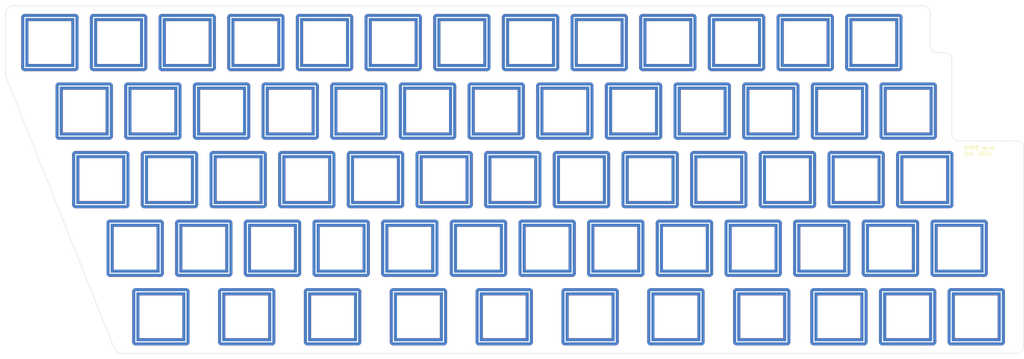
<source format=kicad_pcb>
(kicad_pcb (version 20221018) (generator pcbnew)
  (layers (0 "F.Cu" signal) (31 "B.Cu" signal) (34 "B.Paste" user) (35 "F.Paste" user) (36 "B.SilkS" user "B.Silkscreen") (37 "F.SilkS" user "F.Silkscreen") (38 "B.Mask" user) (39 "F.Mask" user) (44 "Edge.Cuts" user))
  (net 0 "")
  (net 1 "COL1")
  (net 2 "COL2")
  (net 3 "COL3")
  (net 4 "COL5")
  (net 5 "COL6")
  (net 6 "COL7")
  (net 7 "COL8")
  (net 8 "COL10")
  (footprint "kbd_Hole:m2_Screw_Hole" (layer "F.Cu") (at 147.31625 135.93375)
    (fp_text reference "Ref**")
    (fp_text value "Val**")
    (pad "" np_thru_hole circle (at 0 0) (size 2.2 2.2) (drill 2.2) (layers "*.Cu" "*.Mask"))
  )
  (footprint "kbd_SW_Hole:SW_Hole_TH_1.25u" (layer "F.Cu") (at 86.22025 128.297)
    (fp_text reference "SW10" hide)
    (fp_text value "SW_PUSH" hide)
    (pad "1" thru_hole oval (at -6.95 0) (size 2 15.9) (drill oval 0.3 14.2) (layers "*.Cu" "*.Mask") (net 2 "COL2"))
    (pad "1" thru_hole oval (at 0 -6.95 90) (size 2 15.9) (drill oval 0.3 14.2) (layers "*.Cu" "*.Mask") (net 2 "COL2"))
    (pad "1" thru_hole oval (at 0 6.95 90) (size 2 15.9) (drill oval 0.3 14.2) (layers "*.Cu" "*.Mask") (net 2 "COL2"))
    (pad "1" thru_hole oval (at 6.95 0) (size 2 15.9) (drill oval 0.3 14.2) (layers "*.Cu" "*.Mask") (net 2 "COL2"))
  )
  (footprint "kbd_SW_Hole:SW_Hole_TH_1u" (layer "F.Cu") (at 41.13575 71.147)
    (fp_text reference "SW2" hide)
    (fp_text value "SW_PUSH" hide)
    (pad "1" thru_hole oval (at -6.95 0) (size 2 15.9) (drill oval 0.3 14.2) (layers "*.Cu" "*.Mask"))
    (pad "1" thru_hole oval (at 0 -6.95 90) (size 2 15.9) (drill oval 0.3 14.2) (layers "*.Cu" "*.Mask"))
    (pad "1" thru_hole oval (at 0 6.95 90) (size 2 15.9) (drill oval 0.3 14.2) (layers "*.Cu" "*.Mask"))
    (pad "1" thru_hole oval (at 6.95 0) (size 2 15.9) (drill oval 0.3 14.2) (layers "*.Cu" "*.Mask"))
  )
  (footprint "kbd_SW_Hole:SW_Hole_TH_1u" (layer "F.Cu") (at 64.789 90.197)
    (fp_text reference "SW8" hide)
    (fp_text value "SW_PUSH" hide)
    (pad "1" thru_hole oval (at -6.95 0) (size 2 15.9) (drill oval 0.3 14.2) (layers "*.Cu" "*.Mask"))
    (pad "1" thru_hole oval (at 0 -6.95 90) (size 2 15.9) (drill oval 0.3 14.2) (layers "*.Cu" "*.Mask"))
    (pad "1" thru_hole oval (at 0 6.95 90) (size 2 15.9) (drill oval 0.3 14.2) (layers "*.Cu" "*.Mask"))
    (pad "1" thru_hole oval (at 6.95 0) (size 2 15.9) (drill oval 0.3 14.2) (layers "*.Cu" "*.Mask"))
  )
  (footprint "kbd_SW_Hole:SW_Hole_TH_1u" (layer "F.Cu") (at 198.1395 90.19695)
    (fp_text reference "SW42" hide)
    (fp_text value "SW_PUSH" hide)
    (pad "1" thru_hole oval (at -6.95 0) (size 2 15.9) (drill oval 0.3 14.2) (layers "*.Cu" "*.Mask"))
    (pad "1" thru_hole oval (at 0 -6.95 90) (size 2 15.9) (drill oval 0.3 14.2) (layers "*.Cu" "*.Mask"))
    (pad "1" thru_hole oval (at 0 6.95 90) (size 2 15.9) (drill oval 0.3 14.2) (layers "*.Cu" "*.Mask"))
    (pad "1" thru_hole oval (at 6.95 0) (size 2 15.9) (drill oval 0.3 14.2) (layers "*.Cu" "*.Mask"))
  )
  (footprint "kbd_SW_Hole:SW_Hole_TH_1u" (layer "F.Cu") (at 245.7645 109.24695)
    (fp_text reference "SW52" hide)
    (fp_text value "SW_PUSH" hide)
    (pad "1" thru_hole oval (at -6.95 0) (size 2 15.9) (drill oval 0.3 14.2) (layers "*.Cu" "*.Mask"))
    (pad "1" thru_hole oval (at 0 -6.95 90) (size 2 15.9) (drill oval 0.3 14.2) (layers "*.Cu" "*.Mask"))
    (pad "1" thru_hole oval (at 0 6.95 90) (size 2 15.9) (drill oval 0.3 14.2) (layers "*.Cu" "*.Mask"))
    (pad "1" thru_hole oval (at 6.95 0) (size 2 15.9) (drill oval 0.3 14.2) (layers "*.Cu" "*.Mask"))
  )
  (footprint "kbd_SW_Hole:SW_Hole_TH_1u" (layer "F.Cu") (at 236.2395 90.19695)
    (fp_text reference "SW51" hide)
    (fp_text value "SW_PUSH" hide)
    (pad "1" thru_hole oval (at -6.95 0) (size 2 15.9) (drill oval 0.3 14.2) (layers "*.Cu" "*.Mask"))
    (pad "1" thru_hole oval (at 0 -6.95 90) (size 2 15.9) (drill oval 0.3 14.2) (layers "*.Cu" "*.Mask"))
    (pad "1" thru_hole oval (at 0 6.95 90) (size 2 15.9) (drill oval 0.3 14.2) (layers "*.Cu" "*.Mask"))
    (pad "1" thru_hole oval (at 6.95 0) (size 2 15.9) (drill oval 0.3 14.2) (layers "*.Cu" "*.Mask"))
  )
  (footprint "kbd_SW_Hole:SW_Hole_TH_1u" (layer "F.Cu") (at 255.2895 90.19695)
    (fp_text reference "SW56" hide)
    (fp_text value "SW_PUSH" hide)
    (pad "1" thru_hole oval (at -6.95 0) (size 2 15.9) (drill oval 0.3 14.2) (layers "*.Cu" "*.Mask"))
    (pad "1" thru_hole oval (at 0 -6.95 90) (size 2 15.9) (drill oval 0.3 14.2) (layers "*.Cu" "*.Mask"))
    (pad "1" thru_hole oval (at 0 6.95 90) (size 2 15.9) (drill oval 0.3 14.2) (layers "*.Cu" "*.Mask"))
    (pad "1" thru_hole oval (at 6.95 0) (size 2 15.9) (drill oval 0.3 14.2) (layers "*.Cu" "*.Mask"))
  )
  (footprint "kbd_Hole:m2_Screw_Hole" (layer "F.Cu") (at 51.71625 135.934)
    (fp_text reference "Ref**")
    (fp_text value "Val**")
    (pad "" np_thru_hole circle (at 0 0) (size 2.2 2.2) (drill 2.2) (layers "*.Cu" "*.Mask"))
  )
  (footprint "kbd_Hole:m2_Screw_Hole" (layer "F.Cu") (at 299.31625 135.934)
    (fp_text reference "Ref**")
    (fp_text value "Val**")
    (pad "" np_thru_hole circle (at 0 0) (size 2.2 2.2) (drill 2.2) (layers "*.Cu" "*.Mask"))
  )
  (footprint "kbd_SW_Hole:SW_Hole_TH_1u" (layer "F.Cu") (at 226.7135 109.24695)
    (fp_text reference "SW47" hide)
    (fp_text value "SW_PUSH" hide)
    (pad "1" thru_hole oval (at -6.95 0) (size 2 15.9) (drill oval 0.3 14.2) (layers "*.Cu" "*.Mask"))
    (pad "1" thru_hole oval (at 0 -6.95 90) (size 2 15.9) (drill oval 0.3 14.2) (layers "*.Cu" "*.Mask"))
    (pad "1" thru_hole oval (at 0 6.95 90) (size 2 15.9) (drill oval 0.3 14.2) (layers "*.Cu" "*.Mask"))
    (pad "1" thru_hole oval (at 6.95 0) (size 2 15.9) (drill oval 0.3 14.2) (layers "*.Cu" "*.Mask"))
  )
  (footprint "kbd_SW_Hole:SW_Hole_TH_1u" (layer "F.Cu") (at 169.5635 109.247)
    (fp_text reference "SW33" hide)
    (fp_text value "SW_PUSH" hide)
    (pad "1" thru_hole oval (at -6.95 0) (size 2 15.9) (drill oval 0.3 14.2) (layers "*.Cu" "*.Mask"))
    (pad "1" thru_hole oval (at 0 -6.95 90) (size 2 15.9) (drill oval 0.3 14.2) (layers "*.Cu" "*.Mask"))
    (pad "1" thru_hole oval (at 0 6.95 90) (size 2 15.9) (drill oval 0.3 14.2) (layers "*.Cu" "*.Mask"))
    (pad "1" thru_hole oval (at 6.95 0) (size 2 15.9) (drill oval 0.3 14.2) (layers "*.Cu" "*.Mask"))
  )
  (footprint "kbd_SW_Hole:SW_Hole_TH_1.25u" (layer "F.Cu") (at 181.48525 128.29675)
    (fp_text reference "SW34" hide)
    (fp_text value "SW_PUSH" hide)
    (pad "1" thru_hole oval (at -6.95 0) (size 2 15.9) (drill oval 0.3 14.2) (layers "*.Cu" "*.Mask") (net 6 "COL7"))
    (pad "1" thru_hole oval (at 0 -6.95 90) (size 2 15.9) (drill oval 0.3 14.2) (layers "*.Cu" "*.Mask") (net 6 "COL7"))
    (pad "1" thru_hole oval (at 0 6.95 90) (size 2 15.9) (drill oval 0.3 14.2) (layers "*.Cu" "*.Mask") (net 6 "COL7"))
    (pad "1" thru_hole oval (at 6.95 0) (size 2 15.9) (drill oval 0.3 14.2) (layers "*.Cu" "*.Mask") (net 6 "COL7"))
  )
  (footprint "kbd_SW_Hole:SW_Hole_TH_1.25u" (layer "F.Cu") (at 157.67275 128.29675)
    (fp_text reference "SW29" hide)
    (fp_text value "SW_PUSH" hide)
    (pad "1" thru_hole oval (at -6.95 0) (size 2 15.9) (drill oval 0.3 14.2) (layers "*.Cu" "*.Mask") (net 5 "COL6"))
    (pad "1" thru_hole oval (at 0 -6.95 90) (size 2 15.9) (drill oval 0.3 14.2) (layers "*.Cu" "*.Mask") (net 5 "COL6"))
    (pad "1" thru_hole oval (at 0 6.95 90) (size 2 15.9) (drill oval 0.3 14.2) (layers "*.Cu" "*.Mask") (net 5 "COL6"))
    (pad "1" thru_hole oval (at 6.95 0) (size 2 15.9) (drill oval 0.3 14.2) (layers "*.Cu" "*.Mask") (net 5 "COL6"))
  )
  (footprint "kbd_Hole:m2_Screw_Hole" (layer "F.Cu") (at 197.31625 99.93375)
    (fp_text reference "Ref**")
    (fp_text value "Val**")
    (pad "" np_thru_hole circle (at 0 0) (size 2.2 2.2) (drill 2.2) (layers "*.Cu" "*.Mask"))
  )
  (footprint "kbd_Hole:m2_Screw_Hole" (layer "F.Cu") (at 101.81625 99.93375)
    (fp_text reference "Ref**")
    (fp_text value "Val**")
    (pad "" np_thru_hole circle (at 0 0) (size 2.2 2.2) (drill 2.2) (layers "*.Cu" "*.Mask"))
  )
  (footprint "kbd_Hole:m2_Screw_Hole" (layer "F.Cu") (at 21.81625 44.3338 -90)
    (fp_text reference "Ref**")
    (fp_text value "Val**")
    (pad "" np_thru_hole circle (at 0 0 270) (size 2.2 2.2) (drill 2.2) (layers "*.Cu" "*.Mask"))
  )
  (footprint "kbd_SW_Hole:SW_Hole_TH_1u" (layer "F.Cu") (at 31.61075 52.097)
    (fp_text reference "SW1" hide)
    (fp_text value "SW_PUSH" hide)
    (pad "1" thru_hole oval (at -6.95 0) (size 2 15.9) (drill oval 0.3 14.2) (layers "*.Cu" "*.Mask"))
    (pad "1" thru_hole oval (at 0 -6.95 90) (size 2 15.9) (drill oval 0.3 14.2) (layers "*.Cu" "*.Mask"))
    (pad "1" thru_hole oval (at 0 6.95 90) (size 2 15.9) (drill oval 0.3 14.2) (layers "*.Cu" "*.Mask"))
    (pad "1" thru_hole oval (at 6.95 0) (size 2 15.9) (drill oval 0.3 14.2) (layers "*.Cu" "*.Mask"))
  )
  (footprint "kbd_SW_Hole:SW_Hole_TH_1u" (layer "F.Cu") (at 269.73575 71.14705)
    (fp_text reference "SW60" hide)
    (fp_text value "SW_PUSH" hide)
    (pad "1" thru_hole oval (at -6.95 0) (size 2 15.9) (drill oval 0.3 14.2) (layers "*.Cu" "*.Mask"))
    (pad "1" thru_hole oval (at 0 -6.95 90) (size 2 15.9) (drill oval 0.3 14.2) (layers "*.Cu" "*.Mask"))
    (pad "1" thru_hole oval (at 0 6.95 90) (size 2 15.9) (drill oval 0.3 14.2) (layers "*.Cu" "*.Mask"))
    (pad "1" thru_hole oval (at 6.95 0) (size 2 15.9) (drill oval 0.3 14.2) (layers "*.Cu" "*.Mask"))
  )
  (footprint "kbd_Hole:m2_Screw_Hole" (layer "F.Cu") (at 212.61625 44.33375)
    (fp_text reference "Ref**")
    (fp_text value "Val**")
    (pad "" np_thru_hole circle (at 0 0) (size 2.2 2.2) (drill 2.2) (layers "*.Cu" "*.Mask"))
  )
  (footprint "kbd_Hole:m2_Screw_Hole" (layer "F.Cu") (at 219.31625 135.93375)
    (fp_text reference "Ref**")
    (fp_text value "Val**")
    (pad "" np_thru_hole circle (at 0 0) (size 2.2 2.2) (drill 2.2) (layers "*.Cu" "*.Mask"))
  )
  (footprint "kbd_SW_Hole:SW_Hole_TH_1u" (layer "F.Cu") (at 112.4135 109.247)
    (fp_text reference "SW19" hide)
    (fp_text value "SW_PUSH" hide)
    (pad "1" thru_hole oval (at -6.95 0) (size 2 15.9) (drill oval 0.3 14.2) (layers "*.Cu" "*.Mask"))
    (pad "1" thru_hole oval (at 0 -6.95 90) (size 2 15.9) (drill oval 0.3 14.2) (layers "*.Cu" "*.Mask"))
    (pad "1" thru_hole oval (at 0 6.95 90) (size 2 15.9) (drill oval 0.3 14.2) (layers "*.Cu" "*.Mask"))
    (pad "1" thru_hole oval (at 6.95 0) (size 2 15.9) (drill oval 0.3 14.2) (layers "*.Cu" "*.Mask"))
  )
  (footprint "kbd_SW_Hole:SW_Hole_TH_1.25u" (layer "F.Cu") (at 229.11025 128.29675)
    (fp_text reference "SW48" hide)
    (fp_text value "SW_PUSH" hide)
    (pad "1" thru_hole oval (at -6.95 0) (size 2 15.9) (drill oval 0.3 14.2) (layers "*.Cu" "*.Mask") (net 8 "COL10"))
    (pad "1" thru_hole oval (at 0 -6.95 90) (size 2 15.9) (drill oval 0.3 14.2) (layers "*.Cu" "*.Mask") (net 8 "COL10"))
    (pad "1" thru_hole oval (at 0 6.95 90) (size 2 15.9) (drill oval 0.3 14.2) (layers "*.Cu" "*.Mask") (net 8 "COL10"))
    (pad "1" thru_hole oval (at 6.95 0) (size 2 15.9) (drill oval 0.3 14.2) (layers "*.Cu" "*.Mask") (net 8 "COL10"))
  )
  (footprint "kbd_SW_Hole:SW_Hole_TH_1u" (layer "F.Cu") (at 55.264 109.247)
    (fp_text reference "SW4" hide)
    (fp_text value "SW_PUSH" hide)
    (pad "1" thru_hole oval (at -6.95 0) (size 2 15.9) (drill oval 0.3 14.2) (layers "*.Cu" "*.Mask"))
    (pad "1" thru_hole oval (at 0 -6.95 90) (size 2 15.9) (drill oval 0.3 14.2) (layers "*.Cu" "*.Mask"))
    (pad "1" thru_hole oval (at 0 6.95 90) (size 2 15.9) (drill oval 0.3 14.2) (layers "*.Cu" "*.Mask"))
    (pad "1" thru_hole oval (at 6.95 0) (size 2 15.9) (drill oval 0.3 14.2) (layers "*.Cu" "*.Mask"))
  )
  (footprint "kbd_SW_Hole:SW_Hole_TH_1u" (layer "F.Cu") (at 269.5765 128.29675)
    (fp_text reference "SW58" hide)
    (fp_text value "SW_PUSH" hide)
    (pad "1" thru_hole oval (at -6.95 0) (size 2 15.9) (drill oval 0.3 14.2) (layers "*.Cu" "*.Mask"))
    (pad "1" thru_hole oval (at 0 -6.95 90) (size 2 15.9) (drill oval 0.3 14.2) (layers "*.Cu" "*.Mask"))
    (pad "1" thru_hole oval (at 0 6.95 90) (size 2 15.9) (drill oval 0.3 14.2) (layers "*.Cu" "*.Mask"))
    (pad "1" thru_hole oval (at 6.95 0) (size 2 15.9) (drill oval 0.3 14.2) (layers "*.Cu" "*.Mask"))
  )
  (footprint "kbd_SW_Hole:SW_Hole_TH_1u" (layer "F.Cu") (at 131.4635 109.247)
    (fp_text reference "SW23" hide)
    (fp_text value "SW_PUSH" hide)
    (pad "1" thru_hole oval (at -6.95 0) (size 2 15.9) (drill oval 0.3 14.2) (layers "*.Cu" "*.Mask"))
    (pad "1" thru_hole oval (at 0 -6.95 90) (size 2 15.9) (drill oval 0.3 14.2) (layers "*.Cu" "*.Mask"))
    (pad "1" thru_hole oval (at 0 6.95 90) (size 2 15.9) (drill oval 0.3 14.2) (layers "*.Cu" "*.Mask"))
    (pad "1" thru_hole oval (at 6.95 0) (size 2 15.9) (drill oval 0.3 14.2) (layers "*.Cu" "*.Mask"))
  )
  (footprint "kbd_SW_Hole:SW_Hole_TH_1u" (layer "F.Cu") (at 140.9895 90.19695)
    (fp_text reference "SW27" hide)
    (fp_text value "SW_PUSH" hide)
    (pad "1" thru_hole oval (at -6.95 0) (size 2 15.9) (drill oval 0.3 14.2) (layers "*.Cu" "*.Mask"))
    (pad "1" thru_hole oval (at 0 -6.95 90) (size 2 15.9) (drill oval 0.3 14.2) (layers "*.Cu" "*.Mask"))
    (pad "1" thru_hole oval (at 0 6.95 90) (size 2 15.9) (drill oval 0.3 14.2) (layers "*.Cu" "*.Mask"))
    (pad "1" thru_hole oval (at 6.95 0) (size 2 15.9) (drill oval 0.3 14.2) (layers "*.Cu" "*.Mask"))
  )
  (footprint "kbd_Hole:m2_Screw_Hole" (layer "F.Cu") (at 270.21625 44.43375)
    (fp_text reference "Ref**")
    (fp_text value "Val**")
    (pad "" np_thru_hole circle (at 0 0) (size 2.2 2.2) (drill 2.2) (layers "*.Cu" "*.Mask"))
  )
  (footprint "kbd_SW_Hole:SW_Hole_TH_1u" (layer "F.Cu") (at 217.1885 90.19695)
    (fp_text reference "SW46" hide)
    (fp_text value "SW_PUSH" hide)
    (pad "1" thru_hole oval (at -6.95 0) (size 2 15.9) (drill oval 0.3 14.2) (layers "*.Cu" "*.Mask"))
    (pad "1" thru_hole oval (at 0 -6.95 90) (size 2 15.9) (drill oval 0.3 14.2) (layers "*.Cu" "*.Mask"))
    (pad "1" thru_hole oval (at 0 6.95 90) (size 2 15.9) (drill oval 0.3 14.2) (layers "*.Cu" "*.Mask"))
    (pad "1" thru_hole oval (at 6.95 0) (size 2 15.9) (drill oval 0.3 14.2) (layers "*.Cu" "*.Mask"))
  )
  (footprint "kbd_SW_Hole:SW_Hole_TH_1u" (layer "F.Cu") (at 288.627 128.29675)
    (fp_text reference "SW63" hide)
    (fp_text value "SW_PUSH" hide)
    (pad "1" thru_hole oval (at -6.95 0) (size 2 15.9) (drill oval 0.3 14.2) (layers "*.Cu" "*.Mask"))
    (pad "1" thru_hole oval (at 0 -6.95 90) (size 2 15.9) (drill oval 0.3 14.2) (layers "*.Cu" "*.Mask"))
    (pad "1" thru_hole oval (at 0 6.95 90) (size 2 15.9) (drill oval 0.3 14.2) (layers "*.Cu" "*.Mask"))
    (pad "1" thru_hole oval (at 6.95 0) (size 2 15.9) (drill oval 0.3 14.2) (layers "*.Cu" "*.Mask"))
  )
  (footprint "kbd_SW_Hole:SW_Hole_TH_1u" (layer "F.Cu") (at 121.939 90.197)
    (fp_text reference "SW22" hide)
    (fp_text value "SW_PUSH" hide)
    (pad "1" thru_hole oval (at -6.95 0) (size 2 15.9) (drill oval 0.3 14.2) (layers "*.Cu" "*.Mask"))
    (pad "1" thru_hole oval (at 0 -6.95 90) (size 2 15.9) (drill oval 0.3 14.2) (layers "*.Cu" "*.Mask"))
    (pad "1" thru_hole oval (at 0 6.95 90) (size 2 15.9) (drill oval 0.3 14.2) (layers "*.Cu" "*.Mask"))
    (pad "1" thru_hole oval (at 6.95 0) (size 2 15.9) (drill oval 0.3 14.2) (layers "*.Cu" "*.Mask"))
  )
  (footprint "kbd_SW_Hole:SW_Hole_TH_1u" (layer "F.Cu") (at 45.739 90.197)
    (fp_text reference "SW3" hide)
    (fp_text value "SW_PUSH" hide)
    (pad "1" thru_hole oval (at -6.95 0) (size 2 15.9) (drill oval 0.3 14.2) (layers "*.Cu" "*.Mask"))
    (pad "1" thru_hole oval (at 0 -6.95 90) (size 2 15.9) (drill oval 0.3 14.2) (layers "*.Cu" "*.Mask"))
    (pad "1" thru_hole oval (at 0 6.95 90) (size 2 15.9) (drill oval 0.3 14.2) (layers "*.Cu" "*.Mask"))
    (pad "1" thru_hole oval (at 6.95 0) (size 2 15.9) (drill oval 0.3 14.2) (layers "*.Cu" "*.Mask"))
  )
  (footprint "kbd_SW_Hole:SW_Hole_TH_1u" (layer "F.Cu") (at 136.38575 71.147)
    (fp_text reference "SW26" hide)
    (fp_text value "SW_PUSH" hide)
    (pad "1" thru_hole oval (at -6.95 0) (size 2 15.9) (drill oval 0.3 14.2) (layers "*.Cu" "*.Mask"))
    (pad "1" thru_hole oval (at 0 -6.95 90) (size 2 15.9) (drill oval 0.3 14.2) (layers "*.Cu" "*.Mask"))
    (pad "1" thru_hole oval (at 0 6.95 90) (size 2 15.9) (drill oval 0.3 14.2) (layers "*.Cu" "*.Mask"))
    (pad "1" thru_hole oval (at 6.95 0) (size 2 15.9) (drill oval 0.3 14.2) (layers "*.Cu" "*.Mask"))
  )
  (footprint "kbd_SW_Hole:SW_Hole_TH_1u" (layer "F.Cu") (at 222.11125 52.097)
    (fp_text reference "SW49" hide)
    (fp_text value "SW_PUSH" hide)
    (pad "1" thru_hole oval (at -6.95 0) (size 2 15.9) (drill oval 0.3 14.2) (layers "*.Cu" "*.Mask"))
    (pad "1" thru_hole oval (at 0 -6.95 90) (size 2 15.9) (drill oval 0.3 14.2) (layers "*.Cu" "*.Mask"))
    (pad "1" thru_hole oval (at 0 6.95 90) (size 2 15.9) (drill oval 0.3 14.2) (layers "*.Cu" "*.Mask"))
    (pad "1" thru_hole oval (at 6.95 0) (size 2 15.9) (drill oval 0.3 14.2) (layers "*.Cu" "*.Mask"))
  )
  (footprint "kbd_SW_Hole:SW_Hole_TH_1u" (layer "F.Cu") (at 231.63575 71.147)
    (fp_text reference "SW50" hide)
    (fp_text value "SW_PUSH" hide)
    (pad "1" thru_hole oval (at -6.95 0) (size 2 15.9) (drill oval 0.3 14.2) (layers "*.Cu" "*.Mask"))
    (pad "1" thru_hole oval (at 0 -6.95 90) (size 2 15.9) (drill oval 0.3 14.2) (layers "*.Cu" "*.Mask"))
    (pad "1" thru_hole oval (at 0 6.95 90) (size 2 15.9) (drill oval 0.3 14.2) (layers "*.Cu" "*.Mask"))
    (pad "1" thru_hole oval (at 6.95 0) (size 2 15.9) (drill oval 0.3 14.2) (layers "*.Cu" "*.Mask"))
  )
  (footprint "kbd_SW_Hole:SW_Hole_TH_1u" (layer "F.Cu") (at 203.06075 52.097)
    (fp_text reference "SW44" hide)
    (fp_text value "SW_PUSH" hide)
    (pad "1" thru_hole oval (at -6.95 0) (size 2 15.9) (drill oval 0.3 14.2) (layers "*.Cu" "*.Mask"))
    (pad "1" thru_hole oval (at 0 -6.95 90) (size 2 15.9) (drill oval 0.3 14.2) (layers "*.Cu" "*.Mask"))
    (pad "1" thru_hole oval (at 0 6.95 90) (size 2 15.9) (drill oval 0.3 14.2) (layers "*.Cu" "*.Mask"))
    (pad "1" thru_hole oval (at 6.95 0) (size 2 15.9) (drill oval 0.3 14.2) (layers "*.Cu" "*.Mask"))
  )
  (footprint "kbd_SW_Hole:SW_Hole_TH_1u" (layer "F.Cu") (at 283.864 109.24695)
    (fp_text reference "SW62" hide)
    (fp_text value "SW_PUSH" hide)
    (pad "1" thru_hole oval (at -6.95 0) (size 2 15.9) (drill oval 0.3 14.2) (layers "*.Cu" "*.Mask"))
    (pad "1" thru_hole oval (at 0 -6.95 90) (size 2 15.9) (drill oval 0.3 14.2) (layers "*.Cu" "*.Mask"))
    (pad "1" thru_hole oval (at 0 6.95 90) (size 2 15.9) (drill oval 0.3 14.2) (layers "*.Cu" "*.Mask"))
    (pad "1" thru_hole oval (at 6.95 0) (size 2 15.9) (drill oval 0.3 14.2) (layers "*.Cu" "*.Mask"))
  )
  (footprint "kbd_SW_Hole:SW_Hole_TH_1u" (layer "F.Cu") (at 274.339 90.19695)
    (fp_text reference "SW61" hide)
    (fp_text value "SW_PUSH" hide)
    (pad "1" thru_hole oval (at -6.95 0) (size 2 15.9) (drill oval 0.3 14.2) (layers "*.Cu" "*.Mask"))
    (pad "1" thru_hole oval (at 0 -6.95 90) (size 2 15.9) (drill oval 0.3 14.2) (layers "*.Cu" "*.Mask"))
    (pad "1" thru_hole oval (at 0 6.95 90) (size 2 15.9) (drill oval 0.3 14.2) (layers "*.Cu" "*.Mask"))
    (pad "1" thru_hole oval (at 6.95 0) (size 2 15.9) (drill oval 0.3 14.2) (layers "*.Cu" "*.Mask"))
  )
  (footprint "kbd_SW_Hole:SW_Hole_TH_1u" (layer "F.Cu") (at 160.0385 90.19695)
    (fp_text reference "SW32" hide)
    (fp_text value "SW_PUSH" hide)
    (pad "1" thru_hole oval (at -6.95 0) (size 2 15.9) (drill oval 0.3 14.2) (layers "*.Cu" "*.Mask"))
    (pad "1" thru_hole oval (at 0 -6.95 90) (size 2 15.9) (drill oval 0.3 14.2) (layers "*.Cu" "*.Mask"))
    (pad "1" thru_hole oval (at 0 6.95 90) (size 2 15.9) (drill oval 0.3 14.2) (layers "*.Cu" "*.Mask"))
    (pad "1" thru_hole oval (at 6.95 0) (size 2 15.9) (drill oval 0.3 14.2) (layers "*.Cu" "*.Mask"))
  )
  (footprint "kbd_SW_Hole:SW_Hole_TH_1u" (layer "F.Cu") (at 212.58575 71.14705)
    (fp_text reference "SW45" hide)
    (fp_text value "SW_PUSH" hide)
    (pad "1" thru_hole oval (at -6.95 0) (size 2 15.9) (drill oval 0.3 14.2) (layers "*.Cu" "*.Mask"))
    (pad "1" thru_hole oval (at 0 -6.95 90) (size 2 15.9) (drill oval 0.3 14.2) (layers "*.Cu" "*.Mask"))
    (pad "1" thru_hole oval (at 0 6.95 90) (size 2 15.9) (drill oval 0.3 14.2) (layers "*.Cu" "*.Mask"))
    (pad "1" thru_hole oval (at 6.95 0) (size 2 15.9) (drill oval 0.3 14.2) (layers "*.Cu" "*.Mask"))
  )
  (footprint "kbd_Hole:m2_Screw_Hole" (layer "F.Cu") (at 299.316 81.7438)
    (fp_text reference "Ref**")
    (fp_text value "Val**")
    (pad "" np_thru_hole circle (at 0 0) (size 2.2 2.2) (drill 2.2) (layers "*.Cu" "*.Mask"))
  )
  (footprint "kbd_SW_Hole:SW_Hole_TH_1.25u" (layer "F.Cu") (at 62.40775 128.297)
    (fp_text reference "SW5" hide)
    (fp_text value "SW_PUSH" hide)
    (pad "1" thru_hole oval (at -6.95 0) (size 2 15.9) (drill oval 0.3 14.2) (layers "*.Cu" "*.Mask") (net 1 "COL1"))
    (pad "1" thru_hole oval (at 0 -6.95 90) (size 2 15.9) (drill oval 0.3 14.2) (layers "*.Cu" "*.Mask") (net 1 "COL1"))
    (pad "1" thru_hole oval (at 0 6.95 90) (size 2 15.9) (drill oval 0.3 14.2) (layers "*.Cu" "*.Mask") (net 1 "COL1"))
    (pad "1" thru_hole oval (at 6.95 0) (size 2 15.9) (drill oval 0.3 14.2) (layers "*.Cu" "*.Mask") (net 1 "COL1"))
  )
  (footprint "kbd_SW_Hole:SW_Hole_TH_1.25u" (layer "F.Cu") (at 110.03275 128.297)
    (fp_text reference "SW15" hide)
    (fp_text value "SW_PUSH" hide)
    (pad "1" thru_hole oval (at -6.95 0) (size 2 15.9) (drill oval 0.3 14.2) (layers "*.Cu" "*.Mask") (net 3 "COL3"))
    (pad "1" thru_hole oval (at 0 -6.95 90) (size 2 15.9) (drill oval 0.3 14.2) (layers "*.Cu" "*.Mask") (net 3 "COL3"))
    (pad "1" thru_hole oval (at 0 6.95 90) (size 2 15.9) (drill oval 0.3 14.2) (layers "*.Cu" "*.Mask") (net 3 "COL3"))
    (pad "1" thru_hole oval (at 6.95 0) (size 2 15.9) (drill oval 0.3 14.2) (layers "*.Cu" "*.Mask") (net 3 "COL3"))
  )
  (footprint "kbd_SW_Hole:SW_Hole_TH_1u" (layer "F.Cu") (at 193.53575 71.147)
    (fp_text reference "SW41" hide)
    (fp_text value "SW_PUSH" hide)
    (pad "1" thru_hole oval (at -6.95 0) (size 2 15.9) (drill oval 0.3 14.2) (layers "*.Cu" "*.Mask"))
    (pad "1" thru_hole oval (at 0 -6.95 90) (size 2 15.9) (drill oval 0.3 14.2) (layers "*.Cu" "*.Mask"))
    (pad "1" thru_hole oval (at 0 6.95 90) (size 2 15.9) (drill oval 0.3 14.2) (layers "*.Cu" "*.Mask"))
    (pad "1" thru_hole oval (at 6.95 0) (size 2 15.9) (drill oval 0.3 14.2) (layers "*.Cu" "*.Mask"))
  )
  (footprint "kbd_SW_Hole:SW_Hole_TH_1u" (layer "F.Cu") (at 174.48575 71.147)
    (fp_text reference "SW36" hide)
    (fp_text value "SW_PUSH" hide)
    (pad "1" thru_hole oval (at -6.95 0) (size 2 15.9) (drill oval 0.3 14.2) (layers "*.Cu" "*.Mask"))
    (pad "1" thru_hole oval (at 0 -6.95 90) (size 2 15.9) (drill oval 0.3 14.2) (layers "*.Cu" "*.Mask"))
    (pad "1" thru_hole oval (at 0 6.95 90) (size 2 15.9) (drill oval 0.3 14.2) (layers "*.Cu" "*.Mask"))
    (pad "1" thru_hole oval (at 6.95 0) (size 2 15.9) (drill oval 0.3 14.2) (layers "*.Cu" "*.Mask"))
  )
  (footprint "kbd_SW_Hole:SW_Hole_TH_1u" (layer "F.Cu") (at 102.889 90.197)
    (fp_text reference "SW18" hide)
    (fp_text value "SW_PUSH" hide)
    (pad "1" thru_hole oval (at -6.95 0) (size 2 15.9) (drill oval 0.3 14.2) (layers "*.Cu" "*.Mask"))
    (pad "1" thru_hole oval (at 0 -6.95 90) (size 2 15.9) (drill oval 0.3 14.2) (layers "*.Cu" "*.Mask"))
    (pad "1" thru_hole oval (at 0 6.95 90) (size 2 15.9) (drill oval 0.3 14.2) (layers "*.Cu" "*.Mask"))
    (pad "1" thru_hole oval (at 6.95 0) (size 2 15.9) (drill oval 0.3 14.2) (layers "*.Cu" "*.Mask"))
  )
  (footprint "kbd_SW_Hole:SW_Hole_TH_1u" (layer "F.Cu") (at 126.86125 52.097)
    (fp_text reference "SW25" hide)
    (fp_text value "SW_PUSH" hide)
    (pad "1" thru_hole oval (at -6.95 0) (size 2 15.9) (drill oval 0.3 14.2) (layers "*.Cu" "*.Mask"))
    (pad "1" thru_hole oval (at 0 -6.95 90) (size 2 15.9) (drill oval 0.3 14.2) (layers "*.Cu" "*.Mask"))
    (pad "1" thru_hole oval (at 0 6.95 90) (size 2 15.9) (drill oval 0.3 14.2) (layers "*.Cu" "*.Mask"))
    (pad "1" thru_hole oval (at 6.95 0) (size 2 15.9) (drill oval 0.3 14.2) (layers "*.Cu" "*.Mask"))
  )
  (footprint "kbd_SW_Hole:SW_Hole_TH_1u" (layer "F.Cu") (at 107.81025 52.097)
    (fp_text reference "SW20" hide)
    (fp_text value "SW_PUSH" hide)
    (pad "1" thru_hole oval (at -6.95 0) (size 2 15.9) (drill oval 0.3 14.2) (layers "*.Cu" "*.Mask"))
    (pad "1" thru_hole oval (at 0 -6.95 90) (size 2 15.9) (drill oval 0.3 14.2) (layers "*.Cu" "*.Mask"))
    (pad "1" thru_hole oval (at 0 6.95 90) (size 2 15.9) (drill oval 0.3 14.2) (layers "*.Cu" "*.Mask"))
    (pad "1" thru_hole oval (at 6.95 0) (size 2 15.9) (drill oval 0.3 14.2) (layers "*.Cu" "*.Mask"))
  )
  (footprint "kbd_SW_Hole:SW_Hole_TH_1u" (layer "F.Cu") (at 83.839 90.197)
    (fp_text reference "SW13" hide)
    (fp_text value "SW_PUSH" hide)
    (pad "1" thru_hole oval (at -6.95 0) (size 2 15.9) (drill oval 0.3 14.2) (layers "*.Cu" "*.Mask"))
    (pad "1" thru_hole oval (at 0 -6.95 90) (size 2 15.9) (drill oval 0.3 14.2) (layers "*.Cu" "*.Mask"))
    (pad "1" thru_hole oval (at 0 6.95 90) (size 2 15.9) (drill oval 0.3 14.2) (layers "*.Cu" "*.Mask"))
    (pad "1" thru_hole oval (at 6.95 0) (size 2 15.9) (drill oval 0.3 14.2) (layers "*.Cu" "*.Mask"))
  )
  (footprint "kbd_SW_Hole:SW_Hole_TH_1u" (layer "F.Cu") (at 250.68575 71.147)
    (fp_text reference "SW55" hide)
    (fp_text value "SW_PUSH" hide)
    (pad "1" thru_hole oval (at -6.95 0) (size 2 15.9) (drill oval 0.3 14.2) (layers "*.Cu" "*.Mask"))
    (pad "1" thru_hole oval (at 0 -6.95 90) (size 2 15.9) (drill oval 0.3 14.2) (layers "*.Cu" "*.Mask"))
    (pad "1" thru_hole oval (at 0 6.95 90) (size 2 15.9) (drill oval 0.3 14.2) (layers "*.Cu" "*.Mask"))
    (pad "1" thru_hole oval (at 6.95 0) (size 2 15.9) (drill oval 0.3 14.2) (layers "*.Cu" "*.Mask"))
  )
  (footprint "kbd_SW_Hole:SW_Hole_TH_1u" (layer "F.Cu") (at 98.28575 71.147)
    (fp_text reference "SW17" hide)
    (fp_text value "SW_PUSH" hide)
    (pad "1" thru_hole oval (at -6.95 0) (size 2 15.9) (drill oval 0.3 14.2) (layers "*.Cu" "*.Mask"))
    (pad "1" thru_hole oval (at 0 -6.95 90) (size 2 15.9) (drill oval 0.3 14.2) (layers "*.Cu" "*.Mask"))
    (pad "1" thru_hole oval (at 0 6.95 90) (size 2 15.9) (drill oval 0.3 14.2) (layers "*.Cu" "*.Mask"))
    (pad "1" thru_hole oval (at 6.95 0) (size 2 15.9) (drill oval 0.3 14.2) (layers "*.Cu" "*.Mask"))
  )
  (footprint "kbd_SW_Hole:SW_Hole_TH_1u" (layer "F.Cu") (at 50.66075 52.097)
    (fp_text reference "SW6" hide)
    (fp_text value "SW_PUSH" hide)
    (pad "1" thru_hole oval (at -6.95 0) (size 2 15.9) (drill oval 0.3 14.2) (layers "*.Cu" "*.Mask"))
    (pad "1" thru_hole oval (at 0 -6.95 90) (size 2 15.9) (drill oval 0.3 14.2) (layers "*.Cu" "*.Mask"))
    (pad "1" thru_hole oval (at 0 6.95 90) (size 2 15.9) (drill oval 0.3 14.2) (layers "*.Cu" "*.Mask"))
    (pad "1" thru_hole oval (at 6.95 0) (size 2 15.9) (drill oval 0.3 14.2) (layers "*.Cu" "*.Mask"))
  )
  (footprint "kbd_SW_Hole:SW_Hole_TH_1u" (layer "F.Cu") (at 69.71075 52.097)
    (fp_text reference "SW11" hide)
    (fp_text value "SW_PUSH" hide)
    (pad "1" thru_hole oval (at -6.95 0) (size 2 15.9) (drill oval 0.3 14.2) (layers "*.Cu" "*.Mask"))
    (pad "1" thru_hole oval (at 0 -6.95 90) (size 2 15.9) (drill oval 0.3 14.2) (layers "*.Cu" "*.Mask"))
    (pad "1" thru_hole oval (at 0 6.95 90) (size 2 15.9) (drill oval 0.3 14.2) (layers "*.Cu" "*.Mask"))
    (pad "1" thru_hole oval (at 6.95 0) (size 2 15.9) (drill oval 0.3 14.2) (layers "*.Cu" "*.Mask"))
  )
  (footprint "kbd_SW_Hole:SW_Hole_TH_1u" (layer "F.Cu") (at 145.91025 52.097)
    (fp_text reference "SW30" hide)
    (fp_text value "SW_PUSH" hide)
    (pad "1" thru_hole oval (at -6.95 0) (size 2 15.9) (drill oval 0.3 14.2) (layers "*.Cu" "*.Mask"))
    (pad "1" thru_hole oval (at 0 -6.95 90) (size 2 15.9) (drill oval 0.3 14.2) (layers "*.Cu" "*.Mask"))
    (pad "1" thru_hole oval (at 0 6.95 90) (size 2 15.9) (drill oval 0.3 14.2) (layers "*.Cu" "*.Mask"))
    (pad "1" thru_hole oval (at 6.95 0) (size 2 15.9) (drill oval 0.3 14.2) (layers "*.Cu" "*.Mask"))
  )
  (footprint "kbd_SW_Hole:SW_Hole_TH_1u" (layer "F.Cu") (at 60.18575 71.147)
    (fp_text reference "SW7" hide)
    (fp_text value "SW_PUSH" hide)
    (pad "1" thru_hole oval (at -6.95 0) (size 2 15.9) (drill oval 0.3 14.2) (layers "*.Cu" "*.Mask"))
    (pad "1" thru_hole oval (at 0 -6.95 90) (size 2 15.9) (drill oval 0.3 14.2) (layers "*.Cu" "*.Mask"))
    (pad "1" thru_hole oval (at 0 6.95 90) (size 2 15.9) (drill oval 0.3 14.2) (layers "*.Cu" "*.Mask"))
    (pad "1" thru_hole oval (at 6.95 0) (size 2 15.9) (drill oval 0.3 14.2) (layers "*.Cu" "*.Mask"))
  )
  (footprint "kbd_SW_Hole:SW_Hole_TH_1u" (layer "F.Cu") (at 164.96025 52.097)
    (fp_text reference "SW35" hide)
    (fp_text value "SW_PUSH" hide)
    (pad "1" thru_hole oval (at -6.95 0) (size 2 15.9) (drill oval 0.3 14.2) (layers "*.Cu" "*.Mask"))
    (pad "1" thru_hole oval (at 0 -6.95 90) (size 2 15.9) (drill oval 0.3 14.2) (layers "*.Cu" "*.Mask"))
    (pad "1" thru_hole oval (at 0 6.95 90) (size 2 15.9) (drill oval 0.3 14.2) (layers "*.Cu" "*.Mask"))
    (pad "1" thru_hole oval (at 6.95 0) (size 2 15.9) (drill oval 0.3 14.2) (layers "*.Cu" "*.Mask"))
  )
  (footprint "kbd_SW_Hole:SW_Hole_TH_1.25u" (layer "F.Cu") (at 205.29775 128.29675)
    (fp_text reference "SW39" hide)
    (fp_text value "SW_PUSH" hide)
    (pad "1" thru_hole oval (at -6.95 0) (size 2 15.9) (drill oval 0.3 14.2) (layers "*.Cu" "*.Mask") (net 7 "COL8"))
    (pad "1" thru_hole oval (at 0 -6.95 90) (size 2 15.9) (drill oval 0.3 14.2) (layers "*.Cu" "*.Mask") (net 7 "COL8"))
    (pad "1" thru_hole oval (at 0 6.95 90) (size 2 15.9) (drill oval 0.3 14.2) (layers "*.Cu" "*.Mask") (net 7 "COL8"))
    (pad "1" thru_hole oval (at 6.95 0) (size 2 15.9) (drill oval 0.3 14.2) (layers "*.Cu" "*.Mask") (net 7 "COL8"))
  )
  (footprint "kbd_SW_Hole:SW_Hole_TH_1u" (layer "F.Cu") (at 93.364 109.247)
    (fp_text reference "SW14" hide)
    (fp_text value "SW_PUSH" hide)
    (pad "1" thru_hole oval (at -6.95 0) (size 2 15.9) (drill oval 0.3 14.2) (layers "*.Cu" "*.Mask"))
    (pad "1" thru_hole oval (at 0 -6.95 90) (size 2 15.9) (drill oval 0.3 14.2) (layers "*.Cu" "*.Mask"))
    (pad "1" thru_hole oval (at 0 6.95 90) (size 2 15.9) (drill oval 0.3 14.2) (layers "*.Cu" "*.Mask"))
    (pad "1" thru_hole oval (at 6.95 0) (size 2 15.9) (drill oval 0.3 14.2) (layers "*.Cu" "*.Mask"))
  )
  (footprint "kbd_Hole:m2_Screw_Hole" (layer "F.Cu") (at 278.826 57.4438)
    (fp_text reference "Ref**")
    (fp_text value "Val**")
    (pad "" np_thru_hole circle (at 0 0) (size 2.2 2.2) (drill 2.2) (layers "*.Cu" "*.Mask"))
  )
  (footprint "kbd_SW_Hole:SW_Hole_TH_1u" (layer "F.Cu") (at 88.76025 52.097)
    (fp_text reference "SW16" hide)
    (fp_text value "SW_PUSH" hide)
    (pad "1" thru_hole oval (at -6.95 0) (size 2 15.9) (drill oval 0.3 14.2) (layers "*.Cu" "*.Mask"))
    (pad "1" thru_hole oval (at 0 -6.95 90) (size 2 15.9) (drill oval 0.3 14.2) (layers "*.Cu" "*.Mask"))
    (pad "1" thru_hole oval (at 0 6.95 90) (size 2 15.9) (drill oval 0.3 14.2) (layers "*.Cu" "*.Mask"))
    (pad "1" thru_hole oval (at 6.95 0) (size 2 15.9) (drill oval 0.3 14.2) (layers "*.Cu" "*.Mask"))
  )
  (footprint "kbd_SW_Hole:SW_Hole_TH_1u" (layer "F.Cu") (at 207.6645 109.24695)
    (fp_text reference "SW43" hide)
    (fp_text value "SW_PUSH" hide)
    (pad "1" thru_hole oval (at -6.95 0) (size 2 15.9) (drill oval 0.3 14.2) (layers "*.Cu" "*.Mask"))
    (pad "1" thru_hole oval (at 0 -6.95 90) (size 2 15.9) (drill oval 0.3 14.2) (layers "*.Cu" "*.Mask"))
    (pad "1" thru_hole oval (at 0 6.95 90) (size 2 15.9) (drill oval 0.3 14.2) (layers "*.Cu" "*.Mask"))
    (pad "1" thru_hole oval (at 6.95 0) (size 2 15.9) (drill oval 0.3 14.2) (layers "*.Cu" "*.Mask"))
  )
  (footprint "kbd_Hole:m2_Screw_Hole" (layer "F.Cu") (at 117.31625 44.33375)
    (fp_text reference "Ref**")
    (fp_text value "Val**" hide)
    (pad "" np_thru_hole circle (at 0 0) (size 2.2 2.2) (drill 2.2) (layers "*.Cu" "*.Mask"))
  )
  (footprint "kbd_SW_Hole:SW_Hole_TH_1u" (layer "F.Cu") (at 241.16125 52.097)
    (fp_text reference "SW54" hide)
    (fp_text value "SW_PUSH" hide)
    (pad "1" thru_hole oval (at -6.95 0) (size 2 15.9) (drill oval 0.3 14.2) (layers "*.Cu" "*.Mask"))
    (pad "1" thru_hole oval (at 0 -6.95 90) (size 2 15.9) (drill oval 0.3 14.2) (layers "*.Cu" "*.Mask"))
    (pad "1" thru_hole oval (at 0 6.95 90) (size 2 15.9) (drill oval 0.3 14.2) (layers "*.Cu" "*.Mask"))
    (pad "1" thru_hole oval (at 6.95 0) (size 2 15.9) (drill oval 0.3 14.2) (layers "*.Cu" "*.Mask"))
  )
  (footprint "kbd_SW_Hole:SW_Hole_TH_1u" (layer "F.Cu") (at 184.01125 52.097)
    (fp_text reference "SW40" hide)
    (fp_text value "SW_PUSH" hide)
    (pad "1" thru_hole oval (at -6.95 0) (size 2 15.9) (drill oval 0.3 14.2) (layers "*.Cu" "*.Mask"))
    (pad "1" thru_hole oval (at 0 -6.95 90) (size 2 15.9) (drill oval 0.3 14.2) (layers "*.Cu" "*.Mask"))
    (pad "1" thru_hole oval (at 0 6.95 90) (size 2 15.9) (drill oval 0.3 14.2) (layers "*.Cu" "*.Mask"))
    (pad "1" thru_hole oval (at 6.95 0) (size 2 15.9) (drill oval 0.3 14.2) (layers "*.Cu" "*.Mask"))
  )
  (footprint "kbd_SW_Hole:SW_Hole_TH_1u" (layer "F.Cu") (at 188.6135 109.24695)
    (fp_text reference "SW38" hide)
    (fp_text value "SW_PUSH" hide)
    (pad "1" thru_hole oval (at -6.95 0) (size 2 15.9) (drill oval 0.3 14.2) (layers "*.Cu" "*.Mask"))
    (pad "1" thru_hole oval (at 0 -6.95 90) (size 2 15.9) (drill oval 0.3 14.2) (layers "*.Cu" "*.Mask"))
    (pad "1" thru_hole oval (at 0 6.95 90) (size 2 15.9) (drill oval 0.3 14.2) (layers "*.Cu" "*.Mask"))
    (pad "1" thru_hole oval (at 6.95 0) (size 2 15.9) (drill oval 0.3 14.2) (layers "*.Cu" "*.Mask"))
  )
  (footprint "kbd_SW_Hole:SW_Hole_TH_1u" (layer "F.Cu") (at 79.23575 71.147)
    (fp_text reference "SW12" hide)
    (fp_text value "SW_PUSH" hide)
    (pad "1" thru_hole oval (at -6.95 0) (size 2 15.9) (drill oval 0.3 14.2) (layers "*.Cu" "*.Mask"))
    (pad "1" thru_hole oval (at 0 -6.95 90) (size 2 15.9) (drill oval 0.3 14.2) (layers "*.Cu" "*.Mask"))
    (pad "1" thru_hole oval (at 0 6.95 90) (size 2 15.9) (drill oval 0.3 14.2) (layers "*.Cu" "*.Mask"))
    (pad "1" thru_hole oval (at 6.95 0) (size 2 15.9) (drill oval 0.3 14.2) (layers "*.Cu" "*.Mask"))
  )
  (footprint "kbd_SW_Hole:SW_Hole_TH_1.25u" (layer "F.Cu") (at 133.86025 128.29675)
    (fp_text reference "SW24" hide)
    (fp_text value "SW_PUSH" hide)
    (pad "1" thru_hole oval (at -6.95 0) (size 2 15.9) (drill oval 0.3 14.2) (layers "*.Cu" "*.Mask") (net 4 "COL5"))
    (pad "1" thru_hole oval (at 0 -6.95 90) (size 2 15.9) (drill oval 0.3 14.2) (layers "*.Cu" "*.Mask") (net 4 "COL5"))
    (pad "1" thru_hole oval (at 0 6.95 90) (size 2 15.9) (drill oval 0.3 14.2) (layers "*.Cu" "*.Mask") (net 4 "COL5"))
    (pad "1" thru_hole oval (at 6.95 0) (size 2 15.9) (drill oval 0.3 14.2) (layers "*.Cu" "*.Mask") (net 4 "COL5"))
  )
  (footprint "kbd_SW_Hole:SW_Hole_TH_1u" (layer "F.Cu") (at 260.21075 52.097)
    (fp_text reference "SW59" hide)
    (fp_text value "SW_PUSH" hide)
    (pad "1" thru_hole oval (at -6.95 0) (size 2 15.9) (drill oval 0.3 14.2) (layers "*.Cu" "*.Mask"))
    (pad "1" thru_hole oval (at 0 -6.95 90) (size 2 15.9) (drill oval 0.3 14.2) (layers "*.Cu" "*.Mask"))
    (pad "1" thru_hole oval (at 0 6.95 90) (size 2 15.9) (drill oval 0.3 14.2) (layers "*.Cu" "*.Mask"))
    (pad "1" thru_hole oval (at 6.95 0) (size 2 15.9) (drill oval 0.3 14.2) (layers "*.Cu" "*.Mask"))
  )
  (footprint "kbd_SW_Hole:SW_Hole_TH_1u" (layer "F.Cu") (at 179.0885 90.19695)
    (fp_text reference "SW37" hide)
    (fp_text value "SW_PUSH" hide)
    (pad "1" thru_hole oval (at -6.95 0) (size 2 15.9) (drill oval 0.3 14.2) (layers "*.Cu" "*.Mask"))
    (pad "1" thru_hole oval (at 0 -6.95 90) (size 2 15.9) (drill oval 0.3 14.2) (layers "*.Cu" "*.Mask"))
    (pad "1" thru_hole oval (at 0 6.95 90) (size 2 15.9) (drill oval 0.3 14.2) (layers "*.Cu" "*.Mask"))
    (pad "1" thru_hole oval (at 6.95 0) (size 2 15.9) (drill oval 0.3 14.2) (layers "*.Cu" "*.Mask"))
  )
  (footprint "kbd_SW_Hole:SW_Hole_TH_1u" (layer "F.Cu") (at 74.314 109.247)
    (fp_text reference "SW9" hide)
    (fp_text value "SW_PUSH" hide)
    (pad "1" thru_hole oval (at -6.95 0) (size 2 15.9) (drill oval 0.3 14.2) (layers "*.Cu" "*.Mask"))
    (pad "1" thru_hole oval (at 0 -6.95 90) (size 2 15.9) (drill oval 0.3 14.2) (layers "*.Cu" "*.Mask"))
    (pad "1" thru_hole oval (at 0 6.95 90) (size 2 15.9) (drill oval 0.3 14.2) (layers "*.Cu" "*.Mask"))
    (pad "1" thru_hole oval (at 6.95 0) (size 2 15.9) (drill oval 0.3 14.2) (layers "*.Cu" "*.Mask"))
  )
  (footprint "kbd_SW_Hole:SW_Hole_TH_1u" (layer "F.Cu") (at 117.33525 71.14705)
    (fp_text reference "SW21" hide)
    (fp_text value "SW_PUSH" hide)
    (pad "1" thru_hole oval (at -6.95 0) (size 2 15.9) (drill oval 0.3 14.2) (layers "*.Cu" "*.Mask"))
    (pad "1" thru_hole oval (at 0 -6.95 90) (size 2 15.9) (drill oval 0.3 14.2) (layers "*.Cu" "*.Mask"))
    (pad "1" thru_hole oval (at 0 6.95 90) (size 2 15.9) (drill oval 0.3 14.2) (layers "*.Cu" "*.Mask"))
    (pad "1" thru_hole oval (at 6.95 0) (size 2 15.9) (drill oval 0.3 14.2) (layers "*.Cu" "*.Mask"))
  )
  (footprint "kbd_SW_Hole:SW_Hole_TH_1u" (layer "F.Cu") (at 150.5145 109.247)
    (fp_text reference "SW28" hide)
    (fp_text value "SW_PUSH" hide)
    (pad "1" thru_hole oval (at -6.95 0) (size 2 15.9) (drill oval 0.3 14.2) (layers "*.Cu" "*.Mask"))
    (pad "1" thru_hole oval (at 0 -6.95 90) (size 2 15.9) (drill oval 0.3 14.2) (layers "*.Cu" "*.Mask"))
    (pad "1" thru_hole oval (at 0 6.95 90) (size 2 15.9) (drill oval 0.3 14.2) (layers "*.Cu" "*.Mask"))
    (pad "1" thru_hole oval (at 6.95 0) (size 2 15.9) (drill oval 0.3 14.2) (layers "*.Cu" "*.Mask"))
  )
  (footprint "kbd_Hole:m2_Screw_Hole" (layer "F.Cu") (at 299.316 90.73375)
    (fp_text reference "Ref**")
    (fp_text value "Val**")
    (pad "" np_thru_hole circle (at 0 0) (size 2.2 2.2) (drill 2.2) (layers "*.Cu" "*.Mask"))
  )
  (footprint "kbd_SW_Hole:SW_Hole_TH_1u" (layer "F.Cu") (at 250.5265 128.297)
    (fp_text reference "SW53" hide)
    (fp_text value "SW_PUSH" hide)
    (pad "1" thru_hole oval (at -6.95 0) (size 2 15.9) (drill oval 0.3 14.2) (layers "*.Cu" "*.Mask"))
    (pad "1" thru_hole oval (at 0 -6.95 90) (size 2 15.9) (drill oval 0.3 14.2) (layers "*.Cu" "*.Mask"))
    (pad "1" thru_hole oval (at 0 6.95 90) (size 2 15.9) (drill oval 0.3 14.2) (layers "*.Cu" "*.Mask"))
    (pad "1" thru_hole oval (at 6.95 0) (size 2 15.9) (drill oval 0.3 14.2) (layers "*.Cu" "*.Mask"))
  )
  (footprint "kbd_SW_Hole:SW_Hole_TH_1u" (layer "F.Cu") (at 264.8145 109.24695)
    (fp_text reference "SW57" hide)
    (fp_text value "SW_PUSH" hide)
    (pad "1" thru_hole oval (at -6.95 0) (size 2 15.9) (drill oval 0.3 14.2) (layers "*.Cu" "*.Mask"))
    (pad "1" thru_hole oval (at 0 -6.95 90) (size 2 15.9) (drill oval 0.3 14.2) (layers "*.Cu" "*.Mask"))
    (pad "1" thru_hole oval (at 0 6.95 90) (size 2 15.9) (drill oval 0.3 14.2) (layers "*.Cu" "*.Mask"))
    (pad "1" thru_hole oval (at 6.95 0) (size 2 15.9) (drill oval 0.3 14.2) (layers "*.Cu" "*.Mask"))
  )
  (footprint "kbd_SW_Hole:SW_Hole_TH_1u" (layer "F.Cu") (at 155.43575 71.147)
    (fp_text reference "SW31" hide)
    (fp_text value "SW_PUSH" hide)
    (pad "1" thru_hole oval (at -6.95 0) (size 2 15.9) (drill oval 0.3 14.2) (layers "*.Cu" "*.Mask"))
    (pad "1" thru_hole oval (at 0 -6.95 90) (size 2 15.9) (drill oval 0.3 14.2) (layers "*.Cu" "*.Mask"))
    (pad "1" thru_hole oval (at 0 6.95 90) (size 2 15.9) (drill oval 0.3 14.2) (layers "*.Cu" "*.Mask"))
    (pad "1" thru_hole oval (at 6.95 0) (size 2 15.9) (drill oval 0.3 14.2) (layers "*.Cu" "*.Mask"))
  )
  (footprint "kbd_Hole:m2_Screw_Hole" (layer "B.Cu") (at 21.8163 61.03375 180)
    (fp_text reference "Ref**")
    (fp_text value "Val**")
    (pad "" np_thru_hole circle (at 0 0 180) (size 2.2 2.2) (drill 2.2) (layers "*.Cu" "*.Mask"))
  )
  (gr_arc (start 19.31625 43.93375) (mid 19.902036 42.519536) (end 21.31625 41.93375) (stroke (width 0.1)) (layer "Edge.Cuts"))
  (gr_line (start 301.816 81.4338) (end 301.816 136.434) (stroke (width 0.1)) (layer "Edge.Cuts"))
  (gr_arc (start 283.816 79.4338) (mid 282.406111 78.904387) (end 281.816 77.519536) (stroke (width 0.1)) (layer "Edge.Cuts"))
  (gr_line (start 283.816 79.4338) (end 299.816 79.4338) (stroke (width 0.1)) (layer "Edge.Cuts"))
  (gr_line (start 49.578859 137.326876) (end 19.50422 61.83375) (stroke (width 0.1)) (layer "Edge.Cuts"))
  (gr_arc (start 51.367712 138.432448) (mid 50.31625 138.13375) (end 49.578859 137.326876) (stroke (width 0.1)) (layer "Edge.Cuts"))
  (gr_line (start 299.816 138.434) (end 51.367712 138.432448) (stroke (width 0.1)) (layer "Edge.Cuts"))
  (gr_line (start 281.816 56.744379) (end 281.816 77.519536) (stroke (width 0.1)) (layer "Edge.Cuts"))
  (gr_arc (start 301.816 136.434) (mid 301.256595 137.874432) (end 299.816 138.434) (stroke (width 0.1)) (layer "Edge.Cuts"))
  (gr_arc (start 279.962732 54.890911) (mid 281.273302 55.43375) (end 281.816 56.744379) (stroke (width 0.1)) (layer "Edge.Cuts"))
  (gr_arc (start 273.820913 41.9338) (mid 275.30103 42.472066) (end 275.81625 43.93375) (stroke (width 0.1)) (layer "Edge.Cuts"))
  (gr_line (start 277.81625 54.8909) (end 279.962732 54.890911) (stroke (width 0.1)) (layer "Edge.Cuts"))
  (gr_arc (start 277.81625 54.8909) (mid 276.392302 54.330216) (end 275.81625 52.8909) (stroke (width 0.1)) (layer "Edge.Cuts"))
  (gr_line (start 19.31625 43.93375) (end 19.31625 60.666006) (stroke (width 0.1)) (layer "Edge.Cuts"))
  (gr_arc (start 299.816 79.4338) (mid 301.256853 79.993012) (end 301.816 81.4338) (stroke (width 0.1)) (layer "Edge.Cuts"))
  (gr_arc (start 19.50422 61.83375) (mid 19.354056 61.258921) (end 19.31625 60.666006) (stroke (width 0.1)) (layer "Edge.Cuts"))
  (gr_line (start 275.81625 43.93375) (end 275.81625 52.8909) (stroke (width 0.1)) (layer "Edge.Cuts"))
  (gr_line (start 21.31625 41.93375) (end 273.820913 41.9338) (stroke (width 0.1)) (layer "Edge.Cuts"))
  (gr_text "KR63 rev.0\nOct. 2024" (at 285.21625 83.53375) (layer "F.SilkS") (effects (font (size 1 1)) (justify left bottom)))
)
</source>
